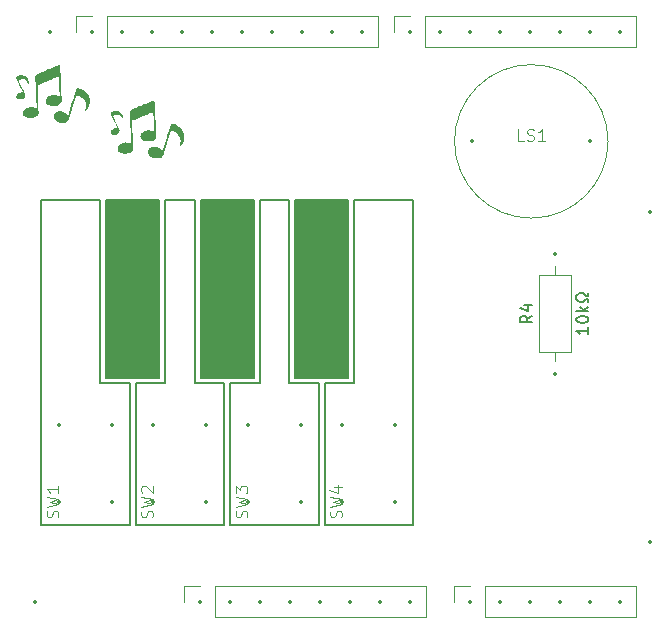
<source format=gbr>
%TF.GenerationSoftware,KiCad,Pcbnew,8.0.0*%
%TF.CreationDate,2024-04-21T11:23:51-04:00*%
%TF.ProjectId,7_keyboard_instrument,375f6b65-7962-46f6-9172-645f696e7374,rev?*%
%TF.SameCoordinates,Original*%
%TF.FileFunction,Legend,Top*%
%TF.FilePolarity,Positive*%
%FSLAX46Y46*%
G04 Gerber Fmt 4.6, Leading zero omitted, Abs format (unit mm)*
G04 Created by KiCad (PCBNEW 8.0.0) date 2024-04-21 11:23:51*
%MOMM*%
%LPD*%
G01*
G04 APERTURE LIST*
%ADD10C,0.150000*%
%ADD11C,0.100000*%
%ADD12C,0.120000*%
%ADD13C,0.000000*%
%ADD14C,0.350000*%
G04 APERTURE END LIST*
D10*
X120000000Y-63500000D02*
X124500000Y-63500000D01*
X124500000Y-78500000D01*
X120000000Y-78500000D01*
X120000000Y-63500000D01*
G36*
X120000000Y-63500000D02*
G01*
X124500000Y-63500000D01*
X124500000Y-78500000D01*
X120000000Y-78500000D01*
X120000000Y-63500000D01*
G37*
X136000000Y-63500000D02*
X140500000Y-63500000D01*
X140500000Y-78500000D01*
X136000000Y-78500000D01*
X136000000Y-63500000D01*
G36*
X136000000Y-63500000D02*
G01*
X140500000Y-63500000D01*
X140500000Y-78500000D01*
X136000000Y-78500000D01*
X136000000Y-63500000D01*
G37*
X119500000Y-79000000D02*
X122000000Y-79000000D01*
X122000000Y-91000000D01*
X114500000Y-91000000D01*
X114500000Y-63500000D01*
X119500000Y-63500000D01*
X119500000Y-79000000D01*
X128000000Y-63500000D02*
X132500000Y-63500000D01*
X132500000Y-78500000D01*
X128000000Y-78500000D01*
X128000000Y-63500000D01*
G36*
X128000000Y-63500000D02*
G01*
X132500000Y-63500000D01*
X132500000Y-78500000D01*
X128000000Y-78500000D01*
X128000000Y-63500000D01*
G37*
X135500000Y-79000000D02*
X138000000Y-79000000D01*
X138000000Y-91000000D01*
X130500000Y-91000000D01*
X130500000Y-79000000D01*
X133000000Y-79000000D01*
X133000000Y-63500000D01*
X135500000Y-63500000D01*
X135500000Y-79000000D01*
X146000000Y-91000000D02*
X138500000Y-91000000D01*
X138500000Y-79000000D01*
X141000000Y-79000000D01*
X141000000Y-63500000D01*
X146000000Y-63500000D01*
X146000000Y-91000000D01*
X127500000Y-79000000D02*
X130000000Y-79000000D01*
X130000000Y-91000000D01*
X122500000Y-91000000D01*
X122500000Y-79000000D01*
X125000000Y-79000000D01*
X125000000Y-63500000D01*
X127500000Y-63500000D01*
X127500000Y-79000000D01*
D11*
X123909800Y-90333332D02*
X123957419Y-90190475D01*
X123957419Y-90190475D02*
X123957419Y-89952380D01*
X123957419Y-89952380D02*
X123909800Y-89857142D01*
X123909800Y-89857142D02*
X123862180Y-89809523D01*
X123862180Y-89809523D02*
X123766942Y-89761904D01*
X123766942Y-89761904D02*
X123671704Y-89761904D01*
X123671704Y-89761904D02*
X123576466Y-89809523D01*
X123576466Y-89809523D02*
X123528847Y-89857142D01*
X123528847Y-89857142D02*
X123481228Y-89952380D01*
X123481228Y-89952380D02*
X123433609Y-90142856D01*
X123433609Y-90142856D02*
X123385990Y-90238094D01*
X123385990Y-90238094D02*
X123338371Y-90285713D01*
X123338371Y-90285713D02*
X123243133Y-90333332D01*
X123243133Y-90333332D02*
X123147895Y-90333332D01*
X123147895Y-90333332D02*
X123052657Y-90285713D01*
X123052657Y-90285713D02*
X123005038Y-90238094D01*
X123005038Y-90238094D02*
X122957419Y-90142856D01*
X122957419Y-90142856D02*
X122957419Y-89904761D01*
X122957419Y-89904761D02*
X123005038Y-89761904D01*
X122957419Y-89428570D02*
X123957419Y-89190475D01*
X123957419Y-89190475D02*
X123243133Y-88999999D01*
X123243133Y-88999999D02*
X123957419Y-88809523D01*
X123957419Y-88809523D02*
X122957419Y-88571428D01*
X123052657Y-88238094D02*
X123005038Y-88190475D01*
X123005038Y-88190475D02*
X122957419Y-88095237D01*
X122957419Y-88095237D02*
X122957419Y-87857142D01*
X122957419Y-87857142D02*
X123005038Y-87761904D01*
X123005038Y-87761904D02*
X123052657Y-87714285D01*
X123052657Y-87714285D02*
X123147895Y-87666666D01*
X123147895Y-87666666D02*
X123243133Y-87666666D01*
X123243133Y-87666666D02*
X123385990Y-87714285D01*
X123385990Y-87714285D02*
X123957419Y-88285713D01*
X123957419Y-88285713D02*
X123957419Y-87666666D01*
X139909800Y-90333332D02*
X139957419Y-90190475D01*
X139957419Y-90190475D02*
X139957419Y-89952380D01*
X139957419Y-89952380D02*
X139909800Y-89857142D01*
X139909800Y-89857142D02*
X139862180Y-89809523D01*
X139862180Y-89809523D02*
X139766942Y-89761904D01*
X139766942Y-89761904D02*
X139671704Y-89761904D01*
X139671704Y-89761904D02*
X139576466Y-89809523D01*
X139576466Y-89809523D02*
X139528847Y-89857142D01*
X139528847Y-89857142D02*
X139481228Y-89952380D01*
X139481228Y-89952380D02*
X139433609Y-90142856D01*
X139433609Y-90142856D02*
X139385990Y-90238094D01*
X139385990Y-90238094D02*
X139338371Y-90285713D01*
X139338371Y-90285713D02*
X139243133Y-90333332D01*
X139243133Y-90333332D02*
X139147895Y-90333332D01*
X139147895Y-90333332D02*
X139052657Y-90285713D01*
X139052657Y-90285713D02*
X139005038Y-90238094D01*
X139005038Y-90238094D02*
X138957419Y-90142856D01*
X138957419Y-90142856D02*
X138957419Y-89904761D01*
X138957419Y-89904761D02*
X139005038Y-89761904D01*
X138957419Y-89428570D02*
X139957419Y-89190475D01*
X139957419Y-89190475D02*
X139243133Y-88999999D01*
X139243133Y-88999999D02*
X139957419Y-88809523D01*
X139957419Y-88809523D02*
X138957419Y-88571428D01*
X139290752Y-87761904D02*
X139957419Y-87761904D01*
X138909800Y-87999999D02*
X139624085Y-88238094D01*
X139624085Y-88238094D02*
X139624085Y-87619047D01*
X115909800Y-90333332D02*
X115957419Y-90190475D01*
X115957419Y-90190475D02*
X115957419Y-89952380D01*
X115957419Y-89952380D02*
X115909800Y-89857142D01*
X115909800Y-89857142D02*
X115862180Y-89809523D01*
X115862180Y-89809523D02*
X115766942Y-89761904D01*
X115766942Y-89761904D02*
X115671704Y-89761904D01*
X115671704Y-89761904D02*
X115576466Y-89809523D01*
X115576466Y-89809523D02*
X115528847Y-89857142D01*
X115528847Y-89857142D02*
X115481228Y-89952380D01*
X115481228Y-89952380D02*
X115433609Y-90142856D01*
X115433609Y-90142856D02*
X115385990Y-90238094D01*
X115385990Y-90238094D02*
X115338371Y-90285713D01*
X115338371Y-90285713D02*
X115243133Y-90333332D01*
X115243133Y-90333332D02*
X115147895Y-90333332D01*
X115147895Y-90333332D02*
X115052657Y-90285713D01*
X115052657Y-90285713D02*
X115005038Y-90238094D01*
X115005038Y-90238094D02*
X114957419Y-90142856D01*
X114957419Y-90142856D02*
X114957419Y-89904761D01*
X114957419Y-89904761D02*
X115005038Y-89761904D01*
X114957419Y-89428570D02*
X115957419Y-89190475D01*
X115957419Y-89190475D02*
X115243133Y-88999999D01*
X115243133Y-88999999D02*
X115957419Y-88809523D01*
X115957419Y-88809523D02*
X114957419Y-88571428D01*
X115957419Y-87666666D02*
X115957419Y-88238094D01*
X115957419Y-87952380D02*
X114957419Y-87952380D01*
X114957419Y-87952380D02*
X115100276Y-88047618D01*
X115100276Y-88047618D02*
X115195514Y-88142856D01*
X115195514Y-88142856D02*
X115243133Y-88238094D01*
D10*
X156084819Y-73246666D02*
X155608628Y-73579999D01*
X156084819Y-73818094D02*
X155084819Y-73818094D01*
X155084819Y-73818094D02*
X155084819Y-73437142D01*
X155084819Y-73437142D02*
X155132438Y-73341904D01*
X155132438Y-73341904D02*
X155180057Y-73294285D01*
X155180057Y-73294285D02*
X155275295Y-73246666D01*
X155275295Y-73246666D02*
X155418152Y-73246666D01*
X155418152Y-73246666D02*
X155513390Y-73294285D01*
X155513390Y-73294285D02*
X155561009Y-73341904D01*
X155561009Y-73341904D02*
X155608628Y-73437142D01*
X155608628Y-73437142D02*
X155608628Y-73818094D01*
X155418152Y-72389523D02*
X156084819Y-72389523D01*
X155037200Y-72627618D02*
X155751485Y-72865713D01*
X155751485Y-72865713D02*
X155751485Y-72246666D01*
X160824819Y-74246666D02*
X160824819Y-74818094D01*
X160824819Y-74532380D02*
X159824819Y-74532380D01*
X159824819Y-74532380D02*
X159967676Y-74627618D01*
X159967676Y-74627618D02*
X160062914Y-74722856D01*
X160062914Y-74722856D02*
X160110533Y-74818094D01*
X159824819Y-73627618D02*
X159824819Y-73532380D01*
X159824819Y-73532380D02*
X159872438Y-73437142D01*
X159872438Y-73437142D02*
X159920057Y-73389523D01*
X159920057Y-73389523D02*
X160015295Y-73341904D01*
X160015295Y-73341904D02*
X160205771Y-73294285D01*
X160205771Y-73294285D02*
X160443866Y-73294285D01*
X160443866Y-73294285D02*
X160634342Y-73341904D01*
X160634342Y-73341904D02*
X160729580Y-73389523D01*
X160729580Y-73389523D02*
X160777200Y-73437142D01*
X160777200Y-73437142D02*
X160824819Y-73532380D01*
X160824819Y-73532380D02*
X160824819Y-73627618D01*
X160824819Y-73627618D02*
X160777200Y-73722856D01*
X160777200Y-73722856D02*
X160729580Y-73770475D01*
X160729580Y-73770475D02*
X160634342Y-73818094D01*
X160634342Y-73818094D02*
X160443866Y-73865713D01*
X160443866Y-73865713D02*
X160205771Y-73865713D01*
X160205771Y-73865713D02*
X160015295Y-73818094D01*
X160015295Y-73818094D02*
X159920057Y-73770475D01*
X159920057Y-73770475D02*
X159872438Y-73722856D01*
X159872438Y-73722856D02*
X159824819Y-73627618D01*
X160824819Y-72865713D02*
X159824819Y-72865713D01*
X160443866Y-72770475D02*
X160824819Y-72484761D01*
X160158152Y-72484761D02*
X160539104Y-72865713D01*
X160824819Y-72103808D02*
X160824819Y-71865713D01*
X160824819Y-71865713D02*
X160634342Y-71865713D01*
X160634342Y-71865713D02*
X160586723Y-71960951D01*
X160586723Y-71960951D02*
X160491485Y-72056189D01*
X160491485Y-72056189D02*
X160348628Y-72103808D01*
X160348628Y-72103808D02*
X160110533Y-72103808D01*
X160110533Y-72103808D02*
X159967676Y-72056189D01*
X159967676Y-72056189D02*
X159872438Y-71960951D01*
X159872438Y-71960951D02*
X159824819Y-71818094D01*
X159824819Y-71818094D02*
X159824819Y-71627618D01*
X159824819Y-71627618D02*
X159872438Y-71484761D01*
X159872438Y-71484761D02*
X159967676Y-71389523D01*
X159967676Y-71389523D02*
X160110533Y-71341904D01*
X160110533Y-71341904D02*
X160348628Y-71341904D01*
X160348628Y-71341904D02*
X160491485Y-71389523D01*
X160491485Y-71389523D02*
X160586723Y-71484761D01*
X160586723Y-71484761D02*
X160634342Y-71579999D01*
X160634342Y-71579999D02*
X160824819Y-71579999D01*
X160824819Y-71579999D02*
X160824819Y-71341904D01*
D11*
X131909800Y-90333332D02*
X131957419Y-90190475D01*
X131957419Y-90190475D02*
X131957419Y-89952380D01*
X131957419Y-89952380D02*
X131909800Y-89857142D01*
X131909800Y-89857142D02*
X131862180Y-89809523D01*
X131862180Y-89809523D02*
X131766942Y-89761904D01*
X131766942Y-89761904D02*
X131671704Y-89761904D01*
X131671704Y-89761904D02*
X131576466Y-89809523D01*
X131576466Y-89809523D02*
X131528847Y-89857142D01*
X131528847Y-89857142D02*
X131481228Y-89952380D01*
X131481228Y-89952380D02*
X131433609Y-90142856D01*
X131433609Y-90142856D02*
X131385990Y-90238094D01*
X131385990Y-90238094D02*
X131338371Y-90285713D01*
X131338371Y-90285713D02*
X131243133Y-90333332D01*
X131243133Y-90333332D02*
X131147895Y-90333332D01*
X131147895Y-90333332D02*
X131052657Y-90285713D01*
X131052657Y-90285713D02*
X131005038Y-90238094D01*
X131005038Y-90238094D02*
X130957419Y-90142856D01*
X130957419Y-90142856D02*
X130957419Y-89904761D01*
X130957419Y-89904761D02*
X131005038Y-89761904D01*
X130957419Y-89428570D02*
X131957419Y-89190475D01*
X131957419Y-89190475D02*
X131243133Y-88999999D01*
X131243133Y-88999999D02*
X131957419Y-88809523D01*
X131957419Y-88809523D02*
X130957419Y-88571428D01*
X130957419Y-88285713D02*
X130957419Y-87666666D01*
X130957419Y-87666666D02*
X131338371Y-87999999D01*
X131338371Y-87999999D02*
X131338371Y-87857142D01*
X131338371Y-87857142D02*
X131385990Y-87761904D01*
X131385990Y-87761904D02*
X131433609Y-87714285D01*
X131433609Y-87714285D02*
X131528847Y-87666666D01*
X131528847Y-87666666D02*
X131766942Y-87666666D01*
X131766942Y-87666666D02*
X131862180Y-87714285D01*
X131862180Y-87714285D02*
X131909800Y-87761904D01*
X131909800Y-87761904D02*
X131957419Y-87857142D01*
X131957419Y-87857142D02*
X131957419Y-88142856D01*
X131957419Y-88142856D02*
X131909800Y-88238094D01*
X131909800Y-88238094D02*
X131862180Y-88285713D01*
X155357142Y-58457419D02*
X154880952Y-58457419D01*
X154880952Y-58457419D02*
X154880952Y-57457419D01*
X155642857Y-58409800D02*
X155785714Y-58457419D01*
X155785714Y-58457419D02*
X156023809Y-58457419D01*
X156023809Y-58457419D02*
X156119047Y-58409800D01*
X156119047Y-58409800D02*
X156166666Y-58362180D01*
X156166666Y-58362180D02*
X156214285Y-58266942D01*
X156214285Y-58266942D02*
X156214285Y-58171704D01*
X156214285Y-58171704D02*
X156166666Y-58076466D01*
X156166666Y-58076466D02*
X156119047Y-58028847D01*
X156119047Y-58028847D02*
X156023809Y-57981228D01*
X156023809Y-57981228D02*
X155833333Y-57933609D01*
X155833333Y-57933609D02*
X155738095Y-57885990D01*
X155738095Y-57885990D02*
X155690476Y-57838371D01*
X155690476Y-57838371D02*
X155642857Y-57743133D01*
X155642857Y-57743133D02*
X155642857Y-57647895D01*
X155642857Y-57647895D02*
X155690476Y-57552657D01*
X155690476Y-57552657D02*
X155738095Y-57505038D01*
X155738095Y-57505038D02*
X155833333Y-57457419D01*
X155833333Y-57457419D02*
X156071428Y-57457419D01*
X156071428Y-57457419D02*
X156214285Y-57505038D01*
X157166666Y-58457419D02*
X156595238Y-58457419D01*
X156880952Y-58457419D02*
X156880952Y-57457419D01*
X156880952Y-57457419D02*
X156785714Y-57600276D01*
X156785714Y-57600276D02*
X156690476Y-57695514D01*
X156690476Y-57695514D02*
X156595238Y-57743133D01*
D12*
%TO.C,J1*%
X126610000Y-96130000D02*
X127940000Y-96130000D01*
X126610000Y-97460000D02*
X126610000Y-96130000D01*
X129210000Y-96130000D02*
X147050000Y-96130000D01*
X129210000Y-98790000D02*
X129210000Y-96130000D01*
X129210000Y-98790000D02*
X147050000Y-98790000D01*
X147050000Y-98790000D02*
X147050000Y-96130000D01*
%TO.C,J3*%
X149470000Y-96130000D02*
X150800000Y-96130000D01*
X149470000Y-97460000D02*
X149470000Y-96130000D01*
X152070000Y-96130000D02*
X164830000Y-96130000D01*
X152070000Y-98790000D02*
X152070000Y-96130000D01*
X152070000Y-98790000D02*
X164830000Y-98790000D01*
X164830000Y-98790000D02*
X164830000Y-96130000D01*
%TO.C,J2*%
X117466000Y-47870000D02*
X118796000Y-47870000D01*
X117466000Y-49200000D02*
X117466000Y-47870000D01*
X120066000Y-47870000D02*
X142986000Y-47870000D01*
X120066000Y-50530000D02*
X120066000Y-47870000D01*
X120066000Y-50530000D02*
X142986000Y-50530000D01*
X142986000Y-50530000D02*
X142986000Y-47870000D01*
%TO.C,J4*%
X144390000Y-47870000D02*
X145720000Y-47870000D01*
X144390000Y-49200000D02*
X144390000Y-47870000D01*
X146990000Y-47870000D02*
X164830000Y-47870000D01*
X146990000Y-50530000D02*
X146990000Y-47870000D01*
X146990000Y-50530000D02*
X164830000Y-50530000D01*
X164830000Y-50530000D02*
X164830000Y-47870000D01*
D13*
%TO.C,G\u002A\u002A\u002A*%
G36*
X120924474Y-55904627D02*
G01*
X121055028Y-55938656D01*
X121171613Y-55999035D01*
X121271623Y-56083847D01*
X121352453Y-56191173D01*
X121411497Y-56319094D01*
X121446150Y-56465693D01*
X121452489Y-56527478D01*
X121455499Y-56586788D01*
X121455795Y-56629852D01*
X121453399Y-56649613D01*
X121452091Y-56649884D01*
X121440286Y-56632097D01*
X121418378Y-56593735D01*
X121392571Y-56545847D01*
X121329127Y-56438596D01*
X121264593Y-56358413D01*
X121194201Y-56299882D01*
X121156661Y-56277744D01*
X121108247Y-56254951D01*
X121062857Y-56241553D01*
X121008603Y-56235189D01*
X120933848Y-56233498D01*
X120858647Y-56234978D01*
X120803331Y-56241394D01*
X120755185Y-56255274D01*
X120701493Y-56279144D01*
X120699733Y-56280007D01*
X120649474Y-56306931D01*
X120612320Y-56331033D01*
X120597225Y-56345835D01*
X120602468Y-56364321D01*
X120620538Y-56408925D01*
X120649951Y-56476373D01*
X120689226Y-56563393D01*
X120736879Y-56666711D01*
X120791428Y-56783053D01*
X120851391Y-56909146D01*
X120868115Y-56944018D01*
X120944367Y-57104060D01*
X121009463Y-57243458D01*
X121062718Y-57360659D01*
X121103444Y-57454109D01*
X121130955Y-57522254D01*
X121144566Y-57563541D01*
X121145973Y-57572848D01*
X121131945Y-57645504D01*
X121094260Y-57723615D01*
X121038072Y-57797193D01*
X121021607Y-57813833D01*
X120936421Y-57877968D01*
X120838156Y-57923759D01*
X120734725Y-57949382D01*
X120634040Y-57953013D01*
X120544012Y-57932830D01*
X120530586Y-57927016D01*
X120459129Y-57878473D01*
X120415021Y-57815011D01*
X120398671Y-57740230D01*
X120410492Y-57657731D01*
X120450893Y-57571115D01*
X120484619Y-57524045D01*
X120570060Y-57443770D01*
X120675365Y-57388390D01*
X120797694Y-57359282D01*
X120830594Y-57356272D01*
X120888379Y-57351011D01*
X120930827Y-57344187D01*
X120949857Y-57337156D01*
X120950193Y-57336205D01*
X120943332Y-57319279D01*
X120923732Y-57276047D01*
X120892870Y-57209641D01*
X120852221Y-57123194D01*
X120803260Y-57019837D01*
X120747465Y-56902703D01*
X120686310Y-56774924D01*
X120654759Y-56709217D01*
X120591516Y-56576716D01*
X120533166Y-56452658D01*
X120481166Y-56340275D01*
X120436974Y-56242801D01*
X120402047Y-56163470D01*
X120377842Y-56105514D01*
X120365817Y-56072167D01*
X120364794Y-56065876D01*
X120383643Y-56039692D01*
X120426950Y-56008548D01*
X120487669Y-55976204D01*
X120558753Y-55946422D01*
X120631880Y-55923295D01*
X120782556Y-55898867D01*
X120924474Y-55904627D01*
G37*
G36*
X125624431Y-56999795D02*
G01*
X125661514Y-57008524D01*
X125859401Y-57071795D01*
X126040525Y-57157620D01*
X126202400Y-57263881D01*
X126342539Y-57388460D01*
X126458456Y-57529241D01*
X126547664Y-57684106D01*
X126593720Y-57802381D01*
X126612595Y-57871990D01*
X126623634Y-57941638D01*
X126628337Y-58023596D01*
X126628714Y-58088417D01*
X126612877Y-58284066D01*
X126567480Y-58466890D01*
X126491513Y-58639987D01*
X126403031Y-58780564D01*
X126369616Y-58823986D01*
X126328547Y-58873041D01*
X126284768Y-58922415D01*
X126243223Y-58966794D01*
X126208856Y-59000862D01*
X126186611Y-59019306D01*
X126180855Y-59019394D01*
X126185591Y-59001601D01*
X126198115Y-58959715D01*
X126216291Y-58900790D01*
X126229901Y-58857399D01*
X126279169Y-58674208D01*
X126304411Y-58512930D01*
X126305657Y-58373343D01*
X126299243Y-58322363D01*
X126258405Y-58178254D01*
X126188583Y-58043616D01*
X126092879Y-57921669D01*
X125974397Y-57815638D01*
X125836240Y-57728743D01*
X125681511Y-57664207D01*
X125658621Y-57657115D01*
X125600821Y-57642919D01*
X125543894Y-57633745D01*
X125496400Y-57630378D01*
X125466896Y-57633598D01*
X125461390Y-57639084D01*
X125456675Y-57656266D01*
X125443191Y-57701457D01*
X125421928Y-57771468D01*
X125393878Y-57863109D01*
X125360031Y-57973190D01*
X125321378Y-58098521D01*
X125278911Y-58235914D01*
X125233619Y-58382177D01*
X125186494Y-58534123D01*
X125138527Y-58688560D01*
X125090708Y-58842300D01*
X125044028Y-58992153D01*
X124999479Y-59134928D01*
X124958051Y-59267437D01*
X124920734Y-59386490D01*
X124888521Y-59488898D01*
X124862401Y-59571469D01*
X124843366Y-59631016D01*
X124832406Y-59664348D01*
X124831021Y-59668275D01*
X124802978Y-59720294D01*
X124758328Y-59777901D01*
X124727188Y-59809990D01*
X124628969Y-59879995D01*
X124511473Y-59926286D01*
X124378608Y-59948198D01*
X124234284Y-59945060D01*
X124091532Y-59918639D01*
X123953453Y-59870430D01*
X123830419Y-59803720D01*
X123725647Y-59721794D01*
X123642354Y-59627942D01*
X123583755Y-59525449D01*
X123553067Y-59417603D01*
X123549194Y-59364395D01*
X123563172Y-59260375D01*
X123603179Y-59170911D01*
X123665725Y-59096509D01*
X123747324Y-59037678D01*
X123844485Y-58994925D01*
X123953720Y-58968758D01*
X124071540Y-58959685D01*
X124194457Y-58968213D01*
X124318982Y-58994850D01*
X124441626Y-59040104D01*
X124558900Y-59104483D01*
X124667315Y-59188493D01*
X124679544Y-59199898D01*
X124725823Y-59242998D01*
X124762237Y-59275141D01*
X124783142Y-59291422D01*
X124785916Y-59292377D01*
X124791458Y-59276374D01*
X124805762Y-59231995D01*
X124827931Y-59162097D01*
X124857070Y-59069532D01*
X124892284Y-58957159D01*
X124932678Y-58827830D01*
X124977355Y-58684402D01*
X125025420Y-58529730D01*
X125053597Y-58438897D01*
X125127723Y-58199781D01*
X125192806Y-57989921D01*
X125249508Y-57807355D01*
X125298487Y-57650122D01*
X125340404Y-57516262D01*
X125375918Y-57403812D01*
X125405690Y-57310811D01*
X125430379Y-57235298D01*
X125450646Y-57175313D01*
X125467150Y-57128893D01*
X125480551Y-57094078D01*
X125491510Y-57068905D01*
X125500685Y-57051415D01*
X125508737Y-57039646D01*
X125516327Y-57031636D01*
X125524113Y-57025424D01*
X125530870Y-57020473D01*
X125559751Y-57001655D01*
X125586787Y-56995142D01*
X125624431Y-56999795D01*
G37*
G36*
X124046453Y-55056866D02*
G01*
X124069522Y-55073362D01*
X124087263Y-55099684D01*
X124096014Y-55118158D01*
X124100657Y-55136200D01*
X124105564Y-55170558D01*
X124110825Y-55222795D01*
X124116531Y-55294472D01*
X124122773Y-55387150D01*
X124129642Y-55502391D01*
X124137229Y-55641757D01*
X124145625Y-55806809D01*
X124154920Y-55999108D01*
X124165205Y-56220216D01*
X124176572Y-56471695D01*
X124182323Y-56601030D01*
X124191670Y-56815717D01*
X124200351Y-57022027D01*
X124208278Y-57217489D01*
X124215366Y-57399630D01*
X124221528Y-57565979D01*
X124226677Y-57714063D01*
X124230727Y-57841413D01*
X124233591Y-57945554D01*
X124235184Y-58024017D01*
X124235417Y-58074329D01*
X124234531Y-58092865D01*
X124201874Y-58187092D01*
X124140615Y-58277139D01*
X124054813Y-58357457D01*
X124025838Y-58378191D01*
X123929773Y-58434961D01*
X123833648Y-58473552D01*
X123726854Y-58497248D01*
X123602810Y-58509120D01*
X123445939Y-58507002D01*
X123308080Y-58481701D01*
X123183997Y-58431960D01*
X123118149Y-58392675D01*
X123021285Y-58312206D01*
X122954505Y-58222486D01*
X122918203Y-58126243D01*
X122912768Y-58026207D01*
X122938593Y-57925105D01*
X122996068Y-57825667D01*
X123030815Y-57783877D01*
X123129152Y-57699355D01*
X123248174Y-57634499D01*
X123381866Y-57590110D01*
X123524216Y-57566989D01*
X123669210Y-57565936D01*
X123810837Y-57587751D01*
X123943082Y-57633237D01*
X123988647Y-57656346D01*
X124031108Y-57677921D01*
X124060738Y-57688964D01*
X124068402Y-57688913D01*
X124069438Y-57671385D01*
X124068992Y-57624895D01*
X124067185Y-57553133D01*
X124064136Y-57459786D01*
X124059967Y-57348544D01*
X124054797Y-57223097D01*
X124048787Y-57087998D01*
X124041955Y-56938649D01*
X124035152Y-56788135D01*
X124028643Y-56642424D01*
X124022692Y-56507480D01*
X124017562Y-56389270D01*
X124013516Y-56293759D01*
X124011547Y-56245528D01*
X124007747Y-56159475D01*
X124003802Y-56086280D01*
X124000069Y-56031543D01*
X123996907Y-56000862D01*
X123995567Y-55996268D01*
X123979700Y-56002371D01*
X123936797Y-56019821D01*
X123869973Y-56047328D01*
X123782340Y-56083601D01*
X123677013Y-56127350D01*
X123557104Y-56177284D01*
X123425727Y-56232114D01*
X123340218Y-56267860D01*
X123195435Y-56328383D01*
X123053562Y-56387620D01*
X122918857Y-56443797D01*
X122795577Y-56495141D01*
X122687981Y-56539880D01*
X122600327Y-56576241D01*
X122536872Y-56602450D01*
X122519305Y-56609660D01*
X122411978Y-56653661D01*
X122331162Y-56687320D01*
X122273103Y-56712647D01*
X122234045Y-56731650D01*
X122210232Y-56746338D01*
X122197909Y-56758718D01*
X122193320Y-56770800D01*
X122192707Y-56784329D01*
X122193521Y-56808329D01*
X122195722Y-56861338D01*
X122199145Y-56939711D01*
X122203626Y-57039803D01*
X122209002Y-57157970D01*
X122215108Y-57290566D01*
X122221782Y-57433949D01*
X122224878Y-57500000D01*
X122232831Y-57670683D01*
X122241182Y-57852462D01*
X122249598Y-58037897D01*
X122257744Y-58219550D01*
X122265286Y-58389982D01*
X122271892Y-58541754D01*
X122276670Y-58654075D01*
X122296590Y-59129836D01*
X122251014Y-59222990D01*
X122193744Y-59309598D01*
X122113631Y-59389295D01*
X122020452Y-59453044D01*
X121981484Y-59472153D01*
X121847216Y-59517645D01*
X121703167Y-59544526D01*
X121561685Y-59551053D01*
X121476493Y-59543483D01*
X121347024Y-59512021D01*
X121227617Y-59460885D01*
X121124138Y-59393711D01*
X121042452Y-59314130D01*
X120998414Y-59247311D01*
X120972780Y-59166953D01*
X120966823Y-59074007D01*
X120980475Y-58981936D01*
X121000041Y-58928500D01*
X121060847Y-58838165D01*
X121148119Y-58758180D01*
X121256545Y-58691224D01*
X121380812Y-58639980D01*
X121515609Y-58607128D01*
X121655623Y-58595350D01*
X121660112Y-58595351D01*
X121772843Y-58605754D01*
X121893239Y-58633534D01*
X122004640Y-58674448D01*
X122040496Y-58692202D01*
X122086838Y-58714519D01*
X122117780Y-58723916D01*
X122126886Y-58720210D01*
X122126127Y-58701225D01*
X122123974Y-58652150D01*
X122120545Y-58575552D01*
X122115955Y-58473997D01*
X122110322Y-58350051D01*
X122103763Y-58206279D01*
X122096395Y-58045247D01*
X122088333Y-57869521D01*
X122079697Y-57681667D01*
X122070601Y-57484252D01*
X122069820Y-57467310D01*
X122058135Y-57214128D01*
X122047902Y-56991517D01*
X122039102Y-56797392D01*
X122031717Y-56629669D01*
X122025729Y-56486260D01*
X122021119Y-56365083D01*
X122017869Y-56264050D01*
X122015961Y-56181077D01*
X122015378Y-56114078D01*
X122016099Y-56060969D01*
X122018108Y-56019663D01*
X122021387Y-55988076D01*
X122025916Y-55964123D01*
X122031677Y-55945717D01*
X122038654Y-55930774D01*
X122046826Y-55917209D01*
X122056150Y-55902976D01*
X122095784Y-55854414D01*
X122142821Y-55813350D01*
X122158306Y-55803531D01*
X122186383Y-55790078D01*
X122240961Y-55765752D01*
X122318322Y-55732145D01*
X122414747Y-55690848D01*
X122526516Y-55643453D01*
X122649912Y-55591552D01*
X122781216Y-55536736D01*
X122797168Y-55530103D01*
X122937995Y-55471531D01*
X123079035Y-55412775D01*
X123215126Y-55355995D01*
X123341102Y-55303349D01*
X123451798Y-55256996D01*
X123542050Y-55219092D01*
X123600884Y-55194260D01*
X123729146Y-55140542D01*
X123831159Y-55099866D01*
X123910409Y-55071697D01*
X123970384Y-55055498D01*
X124014569Y-55050733D01*
X124046453Y-55056866D01*
G37*
D12*
%TO.C,R4*%
X156630000Y-69810000D02*
X156630000Y-76350000D01*
X156630000Y-76350000D02*
X159370000Y-76350000D01*
X158000000Y-69040000D02*
X158000000Y-69810000D01*
X158000000Y-77120000D02*
X158000000Y-76350000D01*
X159370000Y-69810000D02*
X156630000Y-69810000D01*
X159370000Y-76350000D02*
X159370000Y-69810000D01*
D11*
%TO.C,LS1*%
X162500000Y-58500000D02*
G75*
G02*
X149500000Y-58500000I-6500000J0D01*
G01*
X149500000Y-58500000D02*
G75*
G02*
X162500000Y-58500000I6500000J0D01*
G01*
D13*
%TO.C,G\u002A\u002A\u002A*%
G36*
X112924474Y-52904627D02*
G01*
X113055028Y-52938656D01*
X113171613Y-52999035D01*
X113271623Y-53083847D01*
X113352453Y-53191173D01*
X113411497Y-53319094D01*
X113446150Y-53465693D01*
X113452489Y-53527478D01*
X113455499Y-53586788D01*
X113455795Y-53629852D01*
X113453399Y-53649613D01*
X113452091Y-53649884D01*
X113440286Y-53632097D01*
X113418378Y-53593735D01*
X113392571Y-53545847D01*
X113329127Y-53438596D01*
X113264593Y-53358413D01*
X113194201Y-53299882D01*
X113156661Y-53277744D01*
X113108247Y-53254951D01*
X113062857Y-53241553D01*
X113008603Y-53235189D01*
X112933848Y-53233498D01*
X112858647Y-53234978D01*
X112803331Y-53241394D01*
X112755185Y-53255274D01*
X112701493Y-53279144D01*
X112699733Y-53280007D01*
X112649474Y-53306931D01*
X112612320Y-53331033D01*
X112597225Y-53345835D01*
X112602468Y-53364321D01*
X112620538Y-53408925D01*
X112649951Y-53476373D01*
X112689226Y-53563393D01*
X112736879Y-53666711D01*
X112791428Y-53783053D01*
X112851391Y-53909146D01*
X112868115Y-53944018D01*
X112944367Y-54104060D01*
X113009463Y-54243458D01*
X113062718Y-54360659D01*
X113103444Y-54454109D01*
X113130955Y-54522254D01*
X113144566Y-54563541D01*
X113145973Y-54572848D01*
X113131945Y-54645504D01*
X113094260Y-54723615D01*
X113038072Y-54797193D01*
X113021607Y-54813833D01*
X112936421Y-54877968D01*
X112838156Y-54923759D01*
X112734725Y-54949382D01*
X112634040Y-54953013D01*
X112544012Y-54932830D01*
X112530586Y-54927016D01*
X112459129Y-54878473D01*
X112415021Y-54815011D01*
X112398671Y-54740230D01*
X112410492Y-54657731D01*
X112450893Y-54571115D01*
X112484619Y-54524045D01*
X112570060Y-54443770D01*
X112675365Y-54388390D01*
X112797694Y-54359282D01*
X112830594Y-54356272D01*
X112888379Y-54351011D01*
X112930827Y-54344187D01*
X112949857Y-54337156D01*
X112950193Y-54336205D01*
X112943332Y-54319279D01*
X112923732Y-54276047D01*
X112892870Y-54209641D01*
X112852221Y-54123194D01*
X112803260Y-54019837D01*
X112747465Y-53902703D01*
X112686310Y-53774924D01*
X112654759Y-53709217D01*
X112591516Y-53576716D01*
X112533166Y-53452658D01*
X112481166Y-53340275D01*
X112436974Y-53242801D01*
X112402047Y-53163470D01*
X112377842Y-53105514D01*
X112365817Y-53072167D01*
X112364794Y-53065876D01*
X112383643Y-53039692D01*
X112426950Y-53008548D01*
X112487669Y-52976204D01*
X112558753Y-52946422D01*
X112631880Y-52923295D01*
X112782556Y-52898867D01*
X112924474Y-52904627D01*
G37*
G36*
X117624431Y-53999795D02*
G01*
X117661514Y-54008524D01*
X117859401Y-54071795D01*
X118040525Y-54157620D01*
X118202400Y-54263881D01*
X118342539Y-54388460D01*
X118458456Y-54529241D01*
X118547664Y-54684106D01*
X118593720Y-54802381D01*
X118612595Y-54871990D01*
X118623634Y-54941638D01*
X118628337Y-55023596D01*
X118628714Y-55088417D01*
X118612877Y-55284066D01*
X118567480Y-55466890D01*
X118491513Y-55639987D01*
X118403031Y-55780564D01*
X118369616Y-55823986D01*
X118328547Y-55873041D01*
X118284768Y-55922415D01*
X118243223Y-55966794D01*
X118208856Y-56000862D01*
X118186611Y-56019306D01*
X118180855Y-56019394D01*
X118185591Y-56001601D01*
X118198115Y-55959715D01*
X118216291Y-55900790D01*
X118229901Y-55857399D01*
X118279169Y-55674208D01*
X118304411Y-55512930D01*
X118305657Y-55373343D01*
X118299243Y-55322363D01*
X118258405Y-55178254D01*
X118188583Y-55043616D01*
X118092879Y-54921669D01*
X117974397Y-54815638D01*
X117836240Y-54728743D01*
X117681511Y-54664207D01*
X117658621Y-54657115D01*
X117600821Y-54642919D01*
X117543894Y-54633745D01*
X117496400Y-54630378D01*
X117466896Y-54633598D01*
X117461390Y-54639084D01*
X117456675Y-54656266D01*
X117443191Y-54701457D01*
X117421928Y-54771468D01*
X117393878Y-54863109D01*
X117360031Y-54973190D01*
X117321378Y-55098521D01*
X117278911Y-55235914D01*
X117233619Y-55382177D01*
X117186494Y-55534123D01*
X117138527Y-55688560D01*
X117090708Y-55842300D01*
X117044028Y-55992153D01*
X116999479Y-56134928D01*
X116958051Y-56267437D01*
X116920734Y-56386490D01*
X116888521Y-56488898D01*
X116862401Y-56571469D01*
X116843366Y-56631016D01*
X116832406Y-56664348D01*
X116831021Y-56668275D01*
X116802978Y-56720294D01*
X116758328Y-56777901D01*
X116727188Y-56809990D01*
X116628969Y-56879995D01*
X116511473Y-56926286D01*
X116378608Y-56948198D01*
X116234284Y-56945060D01*
X116091532Y-56918639D01*
X115953453Y-56870430D01*
X115830419Y-56803720D01*
X115725647Y-56721794D01*
X115642354Y-56627942D01*
X115583755Y-56525449D01*
X115553067Y-56417603D01*
X115549194Y-56364395D01*
X115563172Y-56260375D01*
X115603179Y-56170911D01*
X115665725Y-56096509D01*
X115747324Y-56037678D01*
X115844485Y-55994925D01*
X115953720Y-55968758D01*
X116071540Y-55959685D01*
X116194457Y-55968213D01*
X116318982Y-55994850D01*
X116441626Y-56040104D01*
X116558900Y-56104483D01*
X116667315Y-56188493D01*
X116679544Y-56199898D01*
X116725823Y-56242998D01*
X116762237Y-56275141D01*
X116783142Y-56291422D01*
X116785916Y-56292377D01*
X116791458Y-56276374D01*
X116805762Y-56231995D01*
X116827931Y-56162097D01*
X116857070Y-56069532D01*
X116892284Y-55957159D01*
X116932678Y-55827830D01*
X116977355Y-55684402D01*
X117025420Y-55529730D01*
X117053597Y-55438897D01*
X117127723Y-55199781D01*
X117192806Y-54989921D01*
X117249508Y-54807355D01*
X117298487Y-54650122D01*
X117340404Y-54516262D01*
X117375918Y-54403812D01*
X117405690Y-54310811D01*
X117430379Y-54235298D01*
X117450646Y-54175313D01*
X117467150Y-54128893D01*
X117480551Y-54094078D01*
X117491510Y-54068905D01*
X117500685Y-54051415D01*
X117508737Y-54039646D01*
X117516327Y-54031636D01*
X117524113Y-54025424D01*
X117530870Y-54020473D01*
X117559751Y-54001655D01*
X117586787Y-53995142D01*
X117624431Y-53999795D01*
G37*
G36*
X116046453Y-52056866D02*
G01*
X116069522Y-52073362D01*
X116087263Y-52099684D01*
X116096014Y-52118158D01*
X116100657Y-52136200D01*
X116105564Y-52170558D01*
X116110825Y-52222795D01*
X116116531Y-52294472D01*
X116122773Y-52387150D01*
X116129642Y-52502391D01*
X116137229Y-52641757D01*
X116145625Y-52806809D01*
X116154920Y-52999108D01*
X116165205Y-53220216D01*
X116176572Y-53471695D01*
X116182323Y-53601030D01*
X116191670Y-53815717D01*
X116200351Y-54022027D01*
X116208278Y-54217489D01*
X116215366Y-54399630D01*
X116221528Y-54565979D01*
X116226677Y-54714063D01*
X116230727Y-54841413D01*
X116233591Y-54945554D01*
X116235184Y-55024017D01*
X116235417Y-55074329D01*
X116234531Y-55092865D01*
X116201874Y-55187092D01*
X116140615Y-55277139D01*
X116054813Y-55357457D01*
X116025838Y-55378191D01*
X115929773Y-55434961D01*
X115833648Y-55473552D01*
X115726854Y-55497248D01*
X115602810Y-55509120D01*
X115445939Y-55507002D01*
X115308080Y-55481701D01*
X115183997Y-55431960D01*
X115118149Y-55392675D01*
X115021285Y-55312206D01*
X114954505Y-55222486D01*
X114918203Y-55126243D01*
X114912768Y-55026207D01*
X114938593Y-54925105D01*
X114996068Y-54825667D01*
X115030815Y-54783877D01*
X115129152Y-54699355D01*
X115248174Y-54634499D01*
X115381866Y-54590110D01*
X115524216Y-54566989D01*
X115669210Y-54565936D01*
X115810837Y-54587751D01*
X115943082Y-54633237D01*
X115988647Y-54656346D01*
X116031108Y-54677921D01*
X116060738Y-54688964D01*
X116068402Y-54688913D01*
X116069438Y-54671385D01*
X116068992Y-54624895D01*
X116067185Y-54553133D01*
X116064136Y-54459786D01*
X116059967Y-54348544D01*
X116054797Y-54223097D01*
X116048787Y-54087998D01*
X116041955Y-53938649D01*
X116035152Y-53788135D01*
X116028643Y-53642424D01*
X116022692Y-53507480D01*
X116017562Y-53389270D01*
X116013516Y-53293759D01*
X116011547Y-53245528D01*
X116007747Y-53159475D01*
X116003802Y-53086280D01*
X116000069Y-53031543D01*
X115996907Y-53000862D01*
X115995567Y-52996268D01*
X115979700Y-53002371D01*
X115936797Y-53019821D01*
X115869973Y-53047328D01*
X115782340Y-53083601D01*
X115677013Y-53127350D01*
X115557104Y-53177284D01*
X115425727Y-53232114D01*
X115340218Y-53267860D01*
X115195435Y-53328383D01*
X115053562Y-53387620D01*
X114918857Y-53443797D01*
X114795577Y-53495141D01*
X114687981Y-53539880D01*
X114600327Y-53576241D01*
X114536872Y-53602450D01*
X114519305Y-53609660D01*
X114411978Y-53653661D01*
X114331162Y-53687320D01*
X114273103Y-53712647D01*
X114234045Y-53731650D01*
X114210232Y-53746338D01*
X114197909Y-53758718D01*
X114193320Y-53770800D01*
X114192707Y-53784329D01*
X114193521Y-53808329D01*
X114195722Y-53861338D01*
X114199145Y-53939711D01*
X114203626Y-54039803D01*
X114209002Y-54157970D01*
X114215108Y-54290566D01*
X114221782Y-54433949D01*
X114224878Y-54500000D01*
X114232831Y-54670683D01*
X114241182Y-54852462D01*
X114249598Y-55037897D01*
X114257744Y-55219550D01*
X114265286Y-55389982D01*
X114271892Y-55541754D01*
X114276670Y-55654075D01*
X114296590Y-56129836D01*
X114251014Y-56222990D01*
X114193744Y-56309598D01*
X114113631Y-56389295D01*
X114020452Y-56453044D01*
X113981484Y-56472153D01*
X113847216Y-56517645D01*
X113703167Y-56544526D01*
X113561685Y-56551053D01*
X113476493Y-56543483D01*
X113347024Y-56512021D01*
X113227617Y-56460885D01*
X113124138Y-56393711D01*
X113042452Y-56314130D01*
X112998414Y-56247311D01*
X112972780Y-56166953D01*
X112966823Y-56074007D01*
X112980475Y-55981936D01*
X113000041Y-55928500D01*
X113060847Y-55838165D01*
X113148119Y-55758180D01*
X113256545Y-55691224D01*
X113380812Y-55639980D01*
X113515609Y-55607128D01*
X113655623Y-55595350D01*
X113660112Y-55595351D01*
X113772843Y-55605754D01*
X113893239Y-55633534D01*
X114004640Y-55674448D01*
X114040496Y-55692202D01*
X114086838Y-55714519D01*
X114117780Y-55723916D01*
X114126886Y-55720210D01*
X114126127Y-55701225D01*
X114123974Y-55652150D01*
X114120545Y-55575552D01*
X114115955Y-55473997D01*
X114110322Y-55350051D01*
X114103763Y-55206279D01*
X114096395Y-55045247D01*
X114088333Y-54869521D01*
X114079697Y-54681667D01*
X114070601Y-54484252D01*
X114069820Y-54467310D01*
X114058135Y-54214128D01*
X114047902Y-53991517D01*
X114039102Y-53797392D01*
X114031717Y-53629669D01*
X114025729Y-53486260D01*
X114021119Y-53365083D01*
X114017869Y-53264050D01*
X114015961Y-53181077D01*
X114015378Y-53114078D01*
X114016099Y-53060969D01*
X114018108Y-53019663D01*
X114021387Y-52988076D01*
X114025916Y-52964123D01*
X114031677Y-52945717D01*
X114038654Y-52930774D01*
X114046826Y-52917209D01*
X114056150Y-52902976D01*
X114095784Y-52854414D01*
X114142821Y-52813350D01*
X114158306Y-52803531D01*
X114186383Y-52790078D01*
X114240961Y-52765752D01*
X114318322Y-52732145D01*
X114414747Y-52690848D01*
X114526516Y-52643453D01*
X114649912Y-52591552D01*
X114781216Y-52536736D01*
X114797168Y-52530103D01*
X114937995Y-52471531D01*
X115079035Y-52412775D01*
X115215126Y-52355995D01*
X115341102Y-52303349D01*
X115451798Y-52256996D01*
X115542050Y-52219092D01*
X115600884Y-52194260D01*
X115729146Y-52140542D01*
X115831159Y-52099866D01*
X115910409Y-52071697D01*
X115970384Y-52055498D01*
X116014569Y-52050733D01*
X116046453Y-52056866D01*
G37*
%TD*%
D14*
X127940000Y-97460000D03*
X130480000Y-97460000D03*
X133020000Y-97460000D03*
X135560000Y-97460000D03*
X138100000Y-97460000D03*
X140640000Y-97460000D03*
X143180000Y-97460000D03*
X145720000Y-97460000D03*
X150800000Y-97460000D03*
X153340000Y-97460000D03*
X155880000Y-97460000D03*
X158420000Y-97460000D03*
X160960000Y-97460000D03*
X163500000Y-97460000D03*
X118796000Y-49200000D03*
X121336000Y-49200000D03*
X123876000Y-49200000D03*
X126416000Y-49200000D03*
X128956000Y-49200000D03*
X131496000Y-49200000D03*
X134036000Y-49200000D03*
X136576000Y-49200000D03*
X139116000Y-49200000D03*
X141656000Y-49200000D03*
X145720000Y-49200000D03*
X148260000Y-49200000D03*
X150800000Y-49200000D03*
X153340000Y-49200000D03*
X155880000Y-49200000D03*
X158420000Y-49200000D03*
X160960000Y-49200000D03*
X163500000Y-49200000D03*
X124000000Y-89000000D03*
X124000000Y-82500000D03*
X128500000Y-82500000D03*
X128500000Y-89000000D03*
X140000000Y-89000000D03*
X140000000Y-82500000D03*
X144500000Y-82500000D03*
X144500000Y-89000000D03*
X116000000Y-89000000D03*
X116000000Y-82500000D03*
X120500000Y-82500000D03*
X120500000Y-89000000D03*
X158000000Y-78160000D03*
X158000000Y-68000000D03*
X132000000Y-89000000D03*
X132000000Y-82500000D03*
X136500000Y-82500000D03*
X136500000Y-89000000D03*
X115240000Y-49200000D03*
X151000000Y-58500000D03*
X161000000Y-58500000D03*
X113970000Y-97460000D03*
X166040000Y-64440000D03*
X166040000Y-92380000D03*
X122000000Y-65840000D03*
X122000000Y-76000000D03*
X138500000Y-65840000D03*
X138500000Y-76000000D03*
X130500000Y-65840000D03*
X130500000Y-76000000D03*
M02*

</source>
